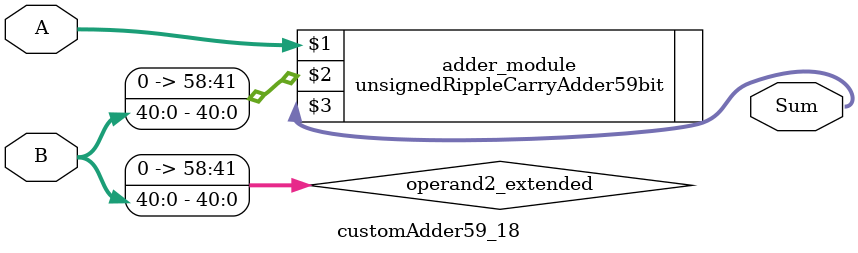
<source format=v>
module customAdder59_18(
                        input [58 : 0] A,
                        input [40 : 0] B,
                        
                        output [59 : 0] Sum
                );

        wire [58 : 0] operand2_extended;
        
        assign operand2_extended =  {18'b0, B};
        
        unsignedRippleCarryAdder59bit adder_module(
            A,
            operand2_extended,
            Sum
        );
        
        endmodule
        
</source>
